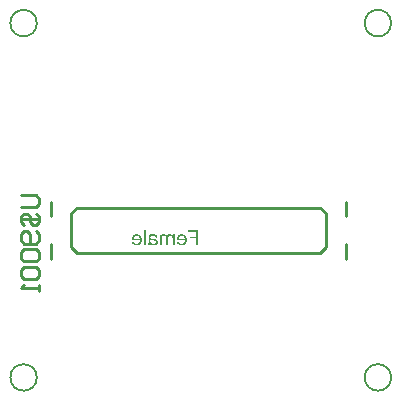
<source format=gbo>
G04 Layer_Color=32896*
%FSLAX42Y42*%
%MOMM*%
G71*
G01*
G75*
%ADD14C,0.25*%
%ADD25C,0.13*%
G36*
X8469Y11383D02*
X8472Y11383D01*
X8475Y11382D01*
X8478Y11382D01*
X8481Y11381D01*
X8484Y11379D01*
X8486Y11378D01*
X8488Y11377D01*
X8490Y11376D01*
X8492Y11375D01*
X8493Y11374D01*
X8494Y11373D01*
X8495Y11372D01*
X8496Y11371D01*
X8496Y11371D01*
X8496Y11371D01*
X8498Y11368D01*
X8500Y11366D01*
X8502Y11363D01*
X8503Y11360D01*
X8504Y11357D01*
X8505Y11354D01*
X8506Y11351D01*
X8507Y11348D01*
X8507Y11346D01*
X8507Y11343D01*
X8508Y11341D01*
X8508Y11339D01*
Y11337D01*
X8508Y11336D01*
Y11335D01*
Y11335D01*
X8508Y11331D01*
X8508Y11327D01*
X8507Y11324D01*
X8506Y11320D01*
X8505Y11317D01*
X8504Y11314D01*
X8503Y11312D01*
X8502Y11309D01*
X8501Y11308D01*
X8500Y11306D01*
X8499Y11304D01*
X8498Y11303D01*
X8498Y11302D01*
X8497Y11301D01*
X8497Y11301D01*
X8496Y11301D01*
X8494Y11299D01*
X8492Y11297D01*
X8489Y11295D01*
X8486Y11294D01*
X8484Y11292D01*
X8481Y11291D01*
X8479Y11290D01*
X8476Y11290D01*
X8474Y11289D01*
X8472Y11289D01*
X8470Y11289D01*
X8468Y11289D01*
X8467D01*
X8465Y11288D01*
X8465D01*
X8462Y11289D01*
X8459Y11289D01*
X8454Y11290D01*
X8452Y11290D01*
X8449Y11291D01*
X8447Y11291D01*
X8446Y11292D01*
X8444Y11293D01*
X8443Y11294D01*
X8441Y11294D01*
X8440Y11295D01*
X8440Y11295D01*
X8439Y11296D01*
X8439Y11296D01*
X8439D01*
X8435Y11299D01*
X8432Y11303D01*
X8430Y11306D01*
X8428Y11310D01*
X8426Y11313D01*
X8426Y11314D01*
X8425Y11316D01*
X8425Y11317D01*
X8425Y11317D01*
X8425Y11318D01*
Y11318D01*
X8441Y11320D01*
X8442Y11317D01*
X8444Y11314D01*
X8445Y11311D01*
X8447Y11309D01*
X8448Y11308D01*
X8449Y11306D01*
X8450Y11306D01*
X8450Y11306D01*
X8453Y11304D01*
X8455Y11303D01*
X8457Y11302D01*
X8460Y11302D01*
X8462Y11301D01*
X8463Y11301D01*
X8465D01*
X8467Y11301D01*
X8469Y11301D01*
X8473Y11302D01*
X8476Y11304D01*
X8479Y11305D01*
X8481Y11307D01*
X8483Y11308D01*
X8483Y11308D01*
X8483Y11309D01*
X8484Y11309D01*
X8484Y11309D01*
X8485Y11311D01*
X8486Y11312D01*
X8488Y11316D01*
X8490Y11320D01*
X8491Y11323D01*
X8492Y11327D01*
X8492Y11328D01*
X8492Y11329D01*
X8492Y11330D01*
X8492Y11331D01*
Y11332D01*
Y11332D01*
X8424D01*
X8424Y11334D01*
Y11335D01*
Y11336D01*
Y11336D01*
X8424Y11340D01*
X8425Y11344D01*
X8425Y11348D01*
X8426Y11351D01*
X8427Y11354D01*
X8428Y11357D01*
X8429Y11360D01*
X8430Y11362D01*
X8431Y11364D01*
X8432Y11366D01*
X8433Y11367D01*
X8434Y11369D01*
X8434Y11370D01*
X8435Y11370D01*
X8435Y11371D01*
X8436Y11371D01*
X8438Y11373D01*
X8440Y11375D01*
X8443Y11377D01*
X8445Y11378D01*
X8448Y11379D01*
X8450Y11380D01*
X8453Y11381D01*
X8455Y11382D01*
X8457Y11383D01*
X8459Y11383D01*
X8461Y11383D01*
X8463Y11383D01*
X8464Y11384D01*
X8466D01*
X8469Y11383D01*
D02*
G37*
G36*
X8850D02*
X8854Y11383D01*
X8857Y11382D01*
X8860Y11382D01*
X8862Y11381D01*
X8865Y11379D01*
X8867Y11378D01*
X8869Y11377D01*
X8871Y11376D01*
X8873Y11375D01*
X8874Y11374D01*
X8876Y11373D01*
X8877Y11372D01*
X8877Y11371D01*
X8877Y11371D01*
X8878Y11371D01*
X8880Y11368D01*
X8882Y11366D01*
X8883Y11363D01*
X8885Y11360D01*
X8886Y11357D01*
X8887Y11354D01*
X8887Y11351D01*
X8888Y11348D01*
X8888Y11346D01*
X8889Y11343D01*
X8889Y11341D01*
X8889Y11339D01*
Y11337D01*
X8889Y11336D01*
Y11335D01*
Y11335D01*
X8889Y11331D01*
X8889Y11327D01*
X8888Y11324D01*
X8888Y11320D01*
X8887Y11317D01*
X8886Y11314D01*
X8885Y11312D01*
X8884Y11309D01*
X8883Y11308D01*
X8881Y11306D01*
X8880Y11304D01*
X8880Y11303D01*
X8879Y11302D01*
X8878Y11301D01*
X8878Y11301D01*
X8878Y11301D01*
X8876Y11299D01*
X8873Y11297D01*
X8870Y11295D01*
X8868Y11294D01*
X8865Y11292D01*
X8863Y11291D01*
X8860Y11290D01*
X8858Y11290D01*
X8855Y11289D01*
X8853Y11289D01*
X8851Y11289D01*
X8849Y11289D01*
X8848D01*
X8847Y11288D01*
X8846D01*
X8843Y11289D01*
X8840Y11289D01*
X8835Y11290D01*
X8833Y11290D01*
X8831Y11291D01*
X8829Y11291D01*
X8827Y11292D01*
X8825Y11293D01*
X8824Y11294D01*
X8823Y11294D01*
X8822Y11295D01*
X8821Y11295D01*
X8820Y11296D01*
X8820Y11296D01*
X8820D01*
X8817Y11299D01*
X8814Y11303D01*
X8811Y11306D01*
X8809Y11310D01*
X8808Y11313D01*
X8807Y11314D01*
X8807Y11316D01*
X8806Y11317D01*
X8806Y11317D01*
X8806Y11318D01*
Y11318D01*
X8822Y11320D01*
X8823Y11317D01*
X8825Y11314D01*
X8827Y11311D01*
X8828Y11309D01*
X8829Y11308D01*
X8831Y11306D01*
X8831Y11306D01*
X8832Y11306D01*
X8834Y11304D01*
X8836Y11303D01*
X8839Y11302D01*
X8841Y11302D01*
X8843Y11301D01*
X8845Y11301D01*
X8846D01*
X8848Y11301D01*
X8850Y11301D01*
X8854Y11302D01*
X8857Y11304D01*
X8860Y11305D01*
X8862Y11307D01*
X8864Y11308D01*
X8864Y11308D01*
X8865Y11309D01*
X8865Y11309D01*
X8865Y11309D01*
X8867Y11311D01*
X8868Y11312D01*
X8870Y11316D01*
X8871Y11320D01*
X8872Y11323D01*
X8873Y11327D01*
X8873Y11328D01*
X8873Y11329D01*
X8873Y11330D01*
X8874Y11331D01*
Y11332D01*
Y11332D01*
X8806D01*
X8805Y11334D01*
Y11335D01*
Y11336D01*
Y11336D01*
X8806Y11340D01*
X8806Y11344D01*
X8807Y11348D01*
X8807Y11351D01*
X8808Y11354D01*
X8809Y11357D01*
X8810Y11360D01*
X8811Y11362D01*
X8812Y11364D01*
X8813Y11366D01*
X8814Y11367D01*
X8815Y11369D01*
X8816Y11370D01*
X8817Y11370D01*
X8817Y11371D01*
X8817Y11371D01*
X8819Y11373D01*
X8822Y11375D01*
X8824Y11377D01*
X8827Y11378D01*
X8829Y11379D01*
X8832Y11380D01*
X8834Y11381D01*
X8836Y11382D01*
X8839Y11383D01*
X8841Y11383D01*
X8842Y11383D01*
X8844Y11383D01*
X8845Y11384D01*
X8847D01*
X8850Y11383D01*
D02*
G37*
G36*
X8542Y11290D02*
X8527D01*
Y11416D01*
X8542D01*
Y11290D01*
D02*
G37*
G36*
X8989D02*
X8972D01*
Y11347D01*
X8913D01*
Y11362D01*
X8972D01*
Y11401D01*
X8904D01*
Y11416D01*
X8989D01*
Y11290D01*
D02*
G37*
G36*
X8606Y11383D02*
X8609Y11383D01*
X8613Y11383D01*
X8616Y11382D01*
X8619Y11381D01*
X8620Y11381D01*
X8620Y11381D01*
X8621Y11381D01*
X8622Y11380D01*
X8622Y11380D01*
X8622D01*
X8625Y11379D01*
X8628Y11377D01*
X8630Y11376D01*
X8632Y11375D01*
X8634Y11373D01*
X8635Y11372D01*
X8636Y11371D01*
X8636Y11371D01*
X8637Y11369D01*
X8639Y11366D01*
X8640Y11364D01*
X8641Y11361D01*
X8642Y11359D01*
X8642Y11357D01*
X8642Y11357D01*
Y11356D01*
X8642Y11356D01*
Y11356D01*
X8627Y11353D01*
X8626Y11357D01*
X8625Y11360D01*
X8624Y11362D01*
X8623Y11364D01*
X8622Y11365D01*
X8621Y11366D01*
X8620Y11367D01*
X8620Y11367D01*
X8618Y11368D01*
X8615Y11369D01*
X8612Y11370D01*
X8610Y11370D01*
X8607Y11371D01*
X8605Y11371D01*
X8604D01*
X8599Y11371D01*
X8596Y11370D01*
X8593Y11369D01*
X8590Y11368D01*
X8588Y11367D01*
X8587Y11366D01*
X8586Y11366D01*
X8586Y11366D01*
X8584Y11364D01*
X8583Y11362D01*
X8583Y11360D01*
X8582Y11357D01*
X8582Y11355D01*
X8581Y11354D01*
Y11353D01*
Y11353D01*
Y11352D01*
Y11352D01*
Y11352D01*
Y11351D01*
Y11350D01*
X8582Y11349D01*
Y11349D01*
Y11348D01*
Y11348D01*
X8583Y11348D01*
X8585Y11347D01*
X8590Y11346D01*
X8594Y11345D01*
X8599Y11344D01*
X8601Y11344D01*
X8603Y11344D01*
X8605Y11343D01*
X8606Y11343D01*
X8607Y11343D01*
X8608D01*
X8609Y11343D01*
X8609D01*
X8612Y11342D01*
X8615Y11342D01*
X8617Y11342D01*
X8619Y11341D01*
X8621Y11341D01*
X8622Y11341D01*
X8623Y11340D01*
X8623D01*
X8625Y11340D01*
X8627Y11339D01*
X8629Y11338D01*
X8631Y11337D01*
X8632Y11337D01*
X8633Y11336D01*
X8634Y11336D01*
X8634Y11335D01*
X8636Y11334D01*
X8637Y11333D01*
X8639Y11331D01*
X8640Y11330D01*
X8641Y11328D01*
X8642Y11328D01*
X8642Y11327D01*
X8642Y11327D01*
X8643Y11324D01*
X8644Y11322D01*
X8644Y11320D01*
X8645Y11318D01*
X8645Y11317D01*
X8645Y11315D01*
Y11315D01*
Y11314D01*
X8645Y11312D01*
X8645Y11310D01*
X8644Y11307D01*
X8642Y11303D01*
X8641Y11301D01*
X8639Y11299D01*
X8638Y11297D01*
X8637Y11296D01*
X8637Y11296D01*
X8637Y11296D01*
X8635Y11294D01*
X8634Y11293D01*
X8630Y11291D01*
X8626Y11290D01*
X8622Y11289D01*
X8619Y11289D01*
X8618Y11289D01*
X8616D01*
X8615Y11288D01*
X8614D01*
X8611Y11289D01*
X8608Y11289D01*
X8605Y11289D01*
X8602Y11290D01*
X8600Y11290D01*
X8598Y11291D01*
X8598Y11291D01*
X8597Y11291D01*
X8597Y11291D01*
X8597D01*
X8594Y11293D01*
X8591Y11294D01*
X8588Y11296D01*
X8586Y11298D01*
X8583Y11299D01*
X8582Y11301D01*
X8581Y11301D01*
X8581Y11301D01*
X8580Y11302D01*
X8580D01*
X8580Y11299D01*
X8579Y11297D01*
X8579Y11295D01*
X8579Y11294D01*
X8578Y11292D01*
X8578Y11291D01*
X8578Y11290D01*
X8577Y11290D01*
X8561D01*
X8562Y11292D01*
X8563Y11294D01*
X8564Y11296D01*
X8564Y11298D01*
X8565Y11299D01*
X8565Y11300D01*
X8565Y11301D01*
Y11301D01*
X8565Y11303D01*
X8565Y11304D01*
Y11306D01*
X8566Y11308D01*
X8566Y11312D01*
Y11317D01*
X8566Y11319D01*
Y11321D01*
Y11323D01*
Y11325D01*
Y11327D01*
Y11328D01*
Y11328D01*
Y11328D01*
Y11349D01*
Y11353D01*
X8566Y11356D01*
X8566Y11358D01*
Y11360D01*
X8566Y11362D01*
X8567Y11363D01*
X8567Y11363D01*
Y11363D01*
X8567Y11366D01*
X8568Y11368D01*
X8569Y11369D01*
X8570Y11371D01*
X8570Y11372D01*
X8571Y11373D01*
X8571Y11374D01*
X8572Y11374D01*
X8573Y11375D01*
X8575Y11377D01*
X8577Y11378D01*
X8578Y11379D01*
X8580Y11380D01*
X8581Y11380D01*
X8582Y11381D01*
X8582Y11381D01*
X8582D01*
X8585Y11382D01*
X8588Y11382D01*
X8592Y11383D01*
X8595Y11383D01*
X8597Y11383D01*
X8598Y11384D01*
X8601D01*
X8606Y11383D01*
D02*
G37*
G36*
X8748D02*
X8752Y11383D01*
X8754Y11382D01*
X8757Y11382D01*
X8759Y11381D01*
X8760Y11380D01*
X8761Y11380D01*
X8761Y11379D01*
X8761D01*
X8764Y11378D01*
X8766Y11376D01*
X8768Y11374D01*
X8770Y11373D01*
X8771Y11371D01*
X8772Y11370D01*
X8773Y11369D01*
X8773Y11369D01*
Y11382D01*
X8787D01*
Y11290D01*
X8771D01*
Y11338D01*
X8771Y11342D01*
X8771Y11346D01*
X8770Y11349D01*
X8770Y11352D01*
X8770Y11354D01*
X8769Y11355D01*
X8769Y11356D01*
X8769Y11357D01*
X8768Y11359D01*
X8766Y11361D01*
X8765Y11363D01*
X8764Y11364D01*
X8762Y11365D01*
X8762Y11366D01*
X8761Y11367D01*
X8761Y11367D01*
X8758Y11368D01*
X8756Y11369D01*
X8754Y11369D01*
X8752Y11370D01*
X8751Y11370D01*
X8750Y11370D01*
X8748D01*
X8745Y11370D01*
X8743Y11369D01*
X8741Y11368D01*
X8739Y11367D01*
X8738Y11367D01*
X8737Y11366D01*
X8736Y11365D01*
X8736Y11365D01*
X8735Y11363D01*
X8734Y11360D01*
X8733Y11358D01*
X8733Y11355D01*
X8733Y11353D01*
X8732Y11351D01*
Y11350D01*
Y11350D01*
Y11350D01*
Y11349D01*
Y11290D01*
X8717D01*
Y11343D01*
Y11346D01*
X8717Y11348D01*
X8716Y11350D01*
X8716Y11352D01*
X8715Y11354D01*
X8715Y11356D01*
X8714Y11357D01*
X8714Y11359D01*
X8713Y11361D01*
X8712Y11362D01*
X8711Y11363D01*
X8711Y11364D01*
X8708Y11366D01*
X8705Y11367D01*
X8703Y11368D01*
X8700Y11369D01*
X8698Y11370D01*
X8696Y11370D01*
X8695Y11370D01*
X8694D01*
X8692Y11370D01*
X8691Y11370D01*
X8689Y11369D01*
X8688Y11369D01*
X8687Y11368D01*
X8686Y11368D01*
X8685Y11368D01*
X8685Y11367D01*
X8684Y11367D01*
X8683Y11365D01*
X8682Y11364D01*
X8681Y11363D01*
X8680Y11362D01*
X8680Y11362D01*
X8680Y11361D01*
Y11361D01*
X8679Y11359D01*
X8679Y11357D01*
X8678Y11355D01*
X8678Y11353D01*
X8678Y11351D01*
Y11349D01*
Y11348D01*
Y11348D01*
Y11348D01*
Y11348D01*
Y11290D01*
X8663D01*
Y11353D01*
Y11356D01*
X8663Y11358D01*
X8663Y11361D01*
X8664Y11363D01*
X8664Y11365D01*
X8665Y11367D01*
X8666Y11369D01*
X8666Y11370D01*
X8667Y11372D01*
X8668Y11373D01*
X8668Y11374D01*
X8669Y11375D01*
X8669Y11375D01*
X8670Y11376D01*
X8670Y11376D01*
X8670Y11376D01*
X8672Y11377D01*
X8673Y11378D01*
X8676Y11380D01*
X8680Y11382D01*
X8683Y11383D01*
X8686Y11383D01*
X8688Y11383D01*
X8689D01*
X8690Y11384D01*
X8691D01*
X8694Y11383D01*
X8697Y11383D01*
X8700Y11382D01*
X8703Y11381D01*
X8705Y11380D01*
X8708Y11378D01*
X8710Y11377D01*
X8712Y11376D01*
X8713Y11374D01*
X8715Y11373D01*
X8716Y11371D01*
X8717Y11370D01*
X8718Y11369D01*
X8719Y11368D01*
X8719Y11368D01*
X8719Y11367D01*
X8720Y11370D01*
X8722Y11373D01*
X8723Y11375D01*
X8725Y11376D01*
X8726Y11377D01*
X8727Y11378D01*
X8728Y11379D01*
X8729Y11379D01*
X8731Y11381D01*
X8734Y11382D01*
X8737Y11383D01*
X8739Y11383D01*
X8742Y11383D01*
X8743Y11384D01*
X8745D01*
X8748Y11383D01*
D02*
G37*
%LPC*%
G36*
X8582Y11336D02*
X8582D01*
Y11330D01*
X8582Y11327D01*
X8582Y11324D01*
X8582Y11321D01*
X8583Y11319D01*
X8583Y11317D01*
X8584Y11316D01*
X8584Y11315D01*
X8584Y11315D01*
X8585Y11312D01*
X8587Y11310D01*
X8589Y11309D01*
X8590Y11307D01*
X8592Y11306D01*
X8593Y11305D01*
X8594Y11304D01*
X8594Y11304D01*
X8594D01*
X8597Y11303D01*
X8600Y11302D01*
X8602Y11301D01*
X8605Y11301D01*
X8607Y11301D01*
X8609Y11300D01*
X8610D01*
X8613Y11301D01*
X8616Y11301D01*
X8618Y11302D01*
X8620Y11303D01*
X8622Y11303D01*
X8623Y11304D01*
X8624Y11304D01*
X8624Y11305D01*
X8625Y11306D01*
X8627Y11308D01*
X8627Y11310D01*
X8628Y11311D01*
X8628Y11313D01*
X8628Y11314D01*
Y11314D01*
Y11315D01*
X8628Y11316D01*
X8628Y11318D01*
X8628Y11319D01*
X8627Y11320D01*
X8627Y11321D01*
X8627Y11322D01*
X8627Y11322D01*
X8626Y11322D01*
X8626Y11323D01*
X8625Y11324D01*
X8623Y11326D01*
X8622Y11326D01*
X8621Y11327D01*
X8620Y11327D01*
X8620D01*
X8619Y11328D01*
X8617Y11328D01*
X8614Y11329D01*
X8612Y11329D01*
X8610Y11330D01*
X8608Y11330D01*
X8608D01*
X8607Y11330D01*
X8607D01*
X8604Y11331D01*
X8601Y11331D01*
X8598Y11332D01*
X8596Y11332D01*
X8594Y11333D01*
X8591Y11333D01*
X8590Y11334D01*
X8588Y11334D01*
X8587Y11334D01*
X8585Y11335D01*
X8584Y11335D01*
X8583Y11336D01*
X8582Y11336D01*
X8582Y11336D01*
X8582Y11336D01*
D02*
G37*
G36*
X8466Y11371D02*
X8465D01*
X8463Y11371D01*
X8461Y11370D01*
X8457Y11369D01*
X8454Y11368D01*
X8451Y11366D01*
X8449Y11365D01*
X8448Y11363D01*
X8447Y11363D01*
X8447Y11362D01*
X8446Y11362D01*
Y11362D01*
X8445Y11359D01*
X8443Y11357D01*
X8442Y11354D01*
X8442Y11351D01*
X8441Y11349D01*
X8441Y11347D01*
Y11347D01*
X8441Y11346D01*
X8440Y11345D01*
Y11345D01*
Y11345D01*
X8491D01*
X8491Y11349D01*
X8490Y11353D01*
X8489Y11356D01*
X8487Y11359D01*
X8486Y11361D01*
X8485Y11362D01*
X8484Y11363D01*
X8483Y11364D01*
X8482Y11365D01*
X8481Y11366D01*
X8478Y11368D01*
X8474Y11369D01*
X8472Y11370D01*
X8469Y11370D01*
X8468Y11371D01*
X8467D01*
X8466Y11371D01*
D02*
G37*
G36*
X8848D02*
X8847D01*
X8845Y11371D01*
X8843Y11370D01*
X8839Y11369D01*
X8836Y11368D01*
X8833Y11366D01*
X8831Y11365D01*
X8829Y11363D01*
X8829Y11363D01*
X8828Y11362D01*
X8828Y11362D01*
Y11362D01*
X8826Y11359D01*
X8825Y11357D01*
X8824Y11354D01*
X8823Y11351D01*
X8822Y11349D01*
X8822Y11347D01*
Y11347D01*
X8822Y11346D01*
X8822Y11345D01*
Y11345D01*
Y11345D01*
X8873D01*
X8872Y11349D01*
X8871Y11353D01*
X8870Y11356D01*
X8868Y11359D01*
X8867Y11361D01*
X8866Y11362D01*
X8865Y11363D01*
X8865Y11364D01*
X8863Y11365D01*
X8862Y11366D01*
X8859Y11368D01*
X8856Y11369D01*
X8853Y11370D01*
X8851Y11370D01*
X8849Y11371D01*
X8849D01*
X8848Y11371D01*
D02*
G37*
%LPD*%
D14*
X7907Y11277D02*
X7958Y11227D01*
X7907Y11277D02*
Y11560D01*
X7958Y11608D01*
X10019D01*
X10069Y11560D01*
Y11277D02*
Y11560D01*
X10019Y11227D02*
X10069Y11277D01*
X7958Y11227D02*
X10019D01*
X10239Y11539D02*
Y11659D01*
Y11177D02*
Y11297D01*
X7737Y11539D02*
Y11659D01*
Y11177D02*
Y11297D01*
X7484Y11711D02*
X7611D01*
X7636Y11685D01*
Y11635D01*
X7611Y11609D01*
X7484D01*
X7611Y11558D02*
X7636Y11533D01*
Y11482D01*
X7611Y11457D01*
X7586D01*
X7560Y11482D01*
Y11533D01*
X7535Y11558D01*
X7509D01*
X7484Y11533D01*
Y11482D01*
X7509Y11457D01*
X7484Y11508D02*
X7636D01*
X7611Y11406D02*
X7636Y11381D01*
Y11330D01*
X7611Y11304D01*
X7509D01*
X7484Y11330D01*
Y11381D01*
X7509Y11406D01*
X7535D01*
X7560Y11381D01*
Y11304D01*
X7509Y11254D02*
X7484Y11228D01*
Y11177D01*
X7509Y11152D01*
X7611D01*
X7636Y11177D01*
Y11228D01*
X7611Y11254D01*
X7509D01*
Y11101D02*
X7484Y11076D01*
Y11025D01*
X7509Y11000D01*
X7611D01*
X7636Y11025D01*
Y11076D01*
X7611Y11101D01*
X7509D01*
X7636Y10949D02*
Y10898D01*
Y10924D01*
X7484D01*
X7509Y10949D01*
D25*
X10620Y10170D02*
G03*
X10620Y10170I-112J0D01*
G01*
D02*
G03*
X10620Y10170I-112J0D01*
G01*
X7620Y13170D02*
G03*
X7620Y13170I-112J0D01*
G01*
D02*
G03*
X7620Y13170I-112J0D01*
G01*
Y10170D02*
G03*
X7620Y10170I-112J0D01*
G01*
D02*
G03*
X7620Y10170I-112J0D01*
G01*
X10620Y13170D02*
G03*
X10620Y13170I-112J0D01*
G01*
D02*
G03*
X10620Y13170I-112J0D01*
G01*
M02*

</source>
